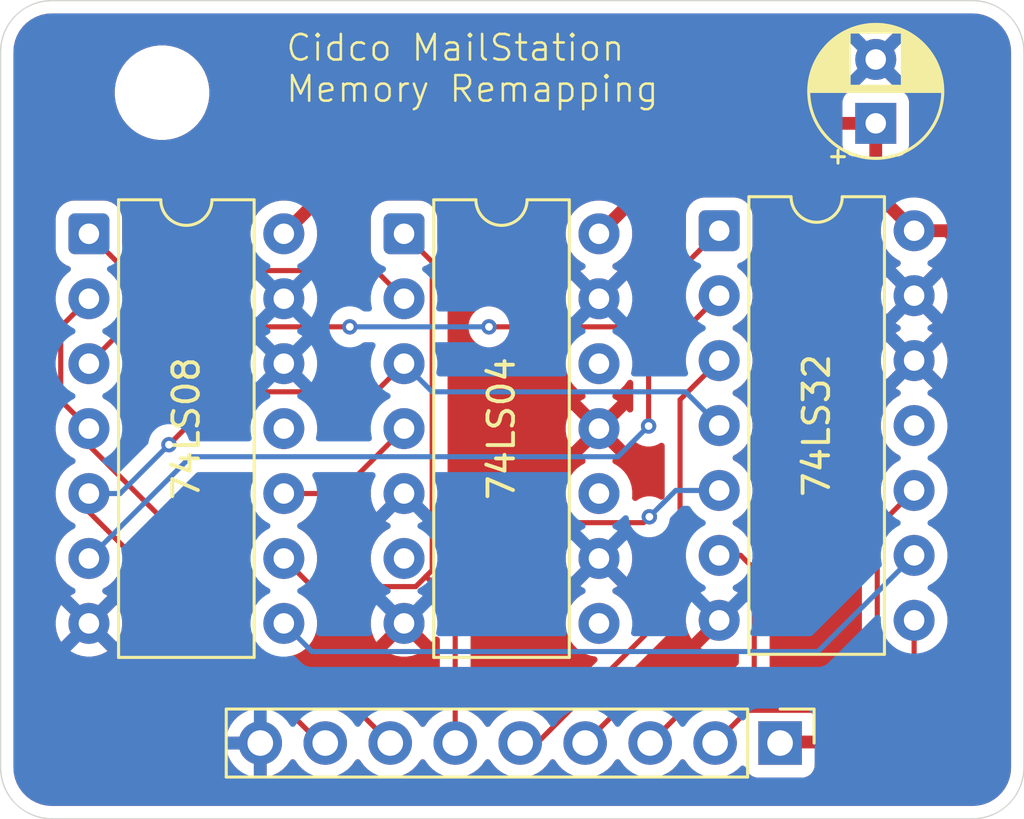
<source format=kicad_pcb>
(kicad_pcb (version 20241229) (generator "pcbnew") (generator_version "9.0")
  (title_block (title "Cidco MailStation Memory Remapping") (date "10-Jul-2025") (rev "WIP") (company "Brett Hallen") (comment 2 "https://fyberoptic.livejournal.com/tag/mailstation/") (comment 3 "https://www.fybertech.net/mailstation/") (comment 4 "Original design:"))
  (layers (0 "F.Cu" signal) (2 "B.Cu" signal) (13 "F.Paste" user) (15 "B.Paste" user) (5 "F.SilkS" user "F.Silkscreen") (7 "B.SilkS" user "B.Silkscreen") (1 "F.Mask" user) (3 "B.Mask" user) (25 "Edge.Cuts" user))
  (net 0 "")
  (net 1 "GND")
  (net 2 "Vcc")
  (net 3 "RAM_CS")
  (net 4 "CPU_RAM_CS")
  (net 5 "CPU_A14")
  (net 6 "A14")
  (net 7 "ROM_CS")
  (net 8 "ROM_TOGGLE")
  (net 9 "CPU_ROM_CS")
  (net 10 "Net-(U1-Pad9)")
  (net 11 "Net-(U1-Pad2)")
  (net 13 "Net-(U1-Pad1)")
  (net 14 "Net-(U2-Pad1)")
  (net 15 "Net-(U2-Pad10)")
  (footprint "MountingHole:MountingHole_3.2mm_M3" (layer "F.Cu") (at 80.772414 51.799741)
    (property "Reference" "H1" (hide yes))
    (property "Value" "MountingHole" (hide yes))
    (pad "" np_thru_hole circle (at 0 0) (size 3.2 3.2) (drill 3.2) (layers "*.Cu" "*.Mask"))
  )
  (footprint "Package_DIP:DIP-14_W7.62mm" (layer "F.Cu") (at 90.232414 57.319741)
    (property "Reference" "U3" (hide yes))
    (property "Value" "74LS04" (at 3.805 7.62 90) (layer "F.SilkS"))
    (fp_line (start 1.16 -1.33) (end 1.16 16.57) (stroke (width 0.12)) (layer "F.SilkS"))
    (fp_line (start 1.16 16.57) (end 6.46 16.57) (stroke (width 0.12)) (layer "F.SilkS"))
    (fp_line (start 2.81 -1.33) (end 1.16 -1.33) (stroke (width 0.12)) (layer "F.SilkS"))
    (fp_line (start 6.46 -1.33) (end 4.81 -1.33) (stroke (width 0.12)) (layer "F.SilkS"))
    (fp_line (start 6.46 16.57) (end 6.46 -1.33) (stroke (width 0.12)) (layer "F.SilkS"))
    (fp_arc (start 4.81 -1.33) (mid 3.81 -0.33) (end 2.81 -1.33) (stroke (width 0.12)) (layer "F.SilkS"))
    (pad "1" thru_hole roundrect (at 0 0) (size 1.6 1.6) (drill 0.8) (layers "*.Cu" "*.Mask") (roundrect_rratio 0.15625) (net 8 "ROM_TOGGLE"))
    (pad "2" thru_hole circle (at 0 2.54) (size 1.6 1.6) (drill 0.8) (layers "*.Cu" "*.Mask") (net 14 "Net-(U2-Pad1)"))
    (pad "3" thru_hole circle (at 0 5.08) (size 1.6 1.6) (drill 0.8) (layers "*.Cu" "*.Mask") (net 9 "CPU_ROM_CS"))
    (pad "4" thru_hole circle (at 0 7.62) (size 1.6 1.6) (drill 0.8) (layers "*.Cu" "*.Mask") (net 15 "Net-(U2-Pad10)"))
    (pad "5" thru_hole circle (at 0 10.16) (size 1.6 1.6) (drill 0.8) (layers "*.Cu" "*.Mask") (net 1 "GND"))
    (pad "6" thru_hole circle (at 0 12.7) (size 1.6 1.6) (drill 0.8) (layers "*.Cu" "*.Mask"))
    (pad "7" thru_hole circle (at 0 15.24) (size 1.6 1.6) (drill 0.8) (layers "*.Cu" "*.Mask") (net 1 "GND"))
    (pad "8" thru_hole circle (at 7.62 15.24) (size 1.6 1.6) (drill 0.8) (layers "*.Cu" "*.Mask"))
    (pad "9" thru_hole circle (at 7.62 12.7) (size 1.6 1.6) (drill 0.8) (layers "*.Cu" "*.Mask") (net 1 "GND"))
    (pad "10" thru_hole circle (at 7.62 10.16) (size 1.6 1.6) (drill 0.8) (layers "*.Cu" "*.Mask"))
    (pad "11" thru_hole circle (at 7.62 7.62) (size 1.6 1.6) (drill 0.8) (layers "*.Cu" "*.Mask") (net 1 "GND"))
    (pad "12" thru_hole circle (at 7.62 5.08) (size 1.6 1.6) (drill 0.8) (layers "*.Cu" "*.Mask"))
    (pad "13" thru_hole circle (at 7.62 2.54) (size 1.6 1.6) (drill 0.8) (layers "*.Cu" "*.Mask") (net 1 "GND"))
    (pad "14" thru_hole circle (at 7.62 0) (size 1.6 1.6) (drill 0.8) (layers "*.Cu" "*.Mask") (net 2 "Vcc"))
  )
  (footprint "Connector_PinHeader_2.54mm:PinHeader_1x09_P2.54mm_Vertical" (layer "F.Cu") (at 104.932414 77.239741 -90)
    (property "Reference" "J1" (hide yes))
    (property "Value" "Conn_01x09" (hide yes))
    (fp_line (start -1.33 21.65) (end 1.33 21.65) (stroke (width 0.12)) (layer "F.SilkS"))
    (fp_line (start -1.33 1.27) (end -1.33 21.65) (stroke (width 0.12)) (layer "F.SilkS"))
    (fp_line (start -1.33 1.27) (end 1.33 1.27) (stroke (width 0.12)) (layer "F.SilkS"))
    (fp_line (start 1.33 1.27) (end 1.33 21.65) (stroke (width 0.12)) (layer "F.SilkS"))
    (fp_line (start -1.33 0) (end -1.33 -1.33) (stroke (width 0.12)) (layer "F.SilkS"))
    (fp_line (start -1.33 -1.33) (end 0 -1.33) (stroke (width 0.12)) (layer "F.SilkS"))
    (pad "1" thru_hole rect (at 0 0 270) (size 1.7 1.7) (drill 1) (layers "*.Cu" "*.Mask") (net 2 "Vcc"))
    (pad "2" thru_hole oval (at 0 2.54 270) (size 1.7 1.7) (drill 1) (layers "*.Cu" "*.Mask") (net 6 "A14"))
    (pad "3" thru_hole oval (at 0 5.08 270) (size 1.7 1.7) (drill 1) (layers "*.Cu" "*.Mask") (net 5 "CPU_A14"))
    (pad "4" thru_hole oval (at 0 7.62 270) (size 1.7 1.7) (drill 1) (layers "*.Cu" "*.Mask") (net 7 "ROM_CS"))
    (pad "5" thru_hole oval (at 0 10.16 270) (size 1.7 1.7) (drill 1) (layers "*.Cu" "*.Mask") (net 3 "RAM_CS"))
    (pad "6" thru_hole oval (at 0 12.7 270) (size 1.7 1.7) (drill 1) (layers "*.Cu" "*.Mask") (net 8 "ROM_TOGGLE"))
    (pad "7" thru_hole oval (at 0 15.24 270) (size 1.7 1.7) (drill 1) (layers "*.Cu" "*.Mask") (net 4 "CPU_RAM_CS"))
    (pad "8" thru_hole oval (at 0 17.78 270) (size 1.7 1.7) (drill 1) (layers "*.Cu" "*.Mask") (net 9 "CPU_ROM_CS"))
    (pad "9" thru_hole oval (at 0 20.32 270) (size 1.7 1.7) (drill 1) (layers "*.Cu" "*.Mask") (net 1 "GND"))
  )
  (footprint "Package_DIP:DIP-14_W7.62mm" (layer "F.Cu") (at 77.912414 57.319741)
    (property "Reference" "U2" (hide yes))
    (property "Value" "74LS08" (at 3.805 7.62 90) (layer "F.SilkS"))
    (fp_line (start 1.16 -1.33) (end 1.16 16.57) (stroke (width 0.12)) (layer "F.SilkS"))
    (fp_line (start 1.16 16.57) (end 6.46 16.57) (stroke (width 0.12)) (layer "F.SilkS"))
    (fp_line (start 2.81 -1.33) (end 1.16 -1.33) (stroke (width 0.12)) (layer "F.SilkS"))
    (fp_line (start 6.46 -1.33) (end 4.81 -1.33) (stroke (width 0.12)) (layer "F.SilkS"))
    (fp_line (start 6.46 16.57) (end 6.46 -1.33) (stroke (width 0.12)) (layer "F.SilkS"))
    (fp_arc (start 4.81 -1.33) (mid 3.81 -0.33) (end 2.81 -1.33) (stroke (width 0.12)) (layer "F.SilkS"))
    (pad "1" thru_hole roundrect (at 0 0) (size 1.6 1.6) (drill 0.8) (layers "*.Cu" "*.Mask") (roundrect_rratio 0.15625) (net 14 "Net-(U2-Pad1)"))
    (pad "2" thru_hole circle (at 0 2.54) (size 1.6 1.6) (drill 0.8) (layers "*.Cu" "*.Mask") (net 4 "CPU_RAM_CS"))
    (pad "3" thru_hole circle (at 0 5.08) (size 1.6 1.6) (drill 0.8) (layers "*.Cu" "*.Mask") (net 13 "Net-(U1-Pad1)"))
    (pad "4" thru_hole circle (at 0 7.62) (size 1.6 1.6) (drill 0.8) (layers "*.Cu" "*.Mask") (net 4 "CPU_RAM_CS"))
    (pad "5" thru_hole circle (at 0 10.16) (size 1.6 1.6) (drill 0.8) (layers "*.Cu" "*.Mask") (net 9 "CPU_ROM_CS"))
    (pad "6" thru_hole circle (at 0 12.7) (size 1.6 1.6) (drill 0.8) (layers "*.Cu" "*.Mask") (net 11 "Net-(U1-Pad2)"))
    (pad "7" thru_hole circle (at 0 15.24) (size 1.6 1.6) (drill 0.8) (layers "*.Cu" "*.Mask") (net 1 "GND"))
    (pad "8" thru_hole circle (at 7.62 15.24) (size 1.6 1.6) (drill 0.8) (layers "*.Cu" "*.Mask") (net 10 "Net-(U1-Pad9)"))
    (pad "9" thru_hole circle (at 7.62 12.7) (size 1.6 1.6) (drill 0.8) (layers "*.Cu" "*.Mask") (net 8 "ROM_TOGGLE"))
    (pad "10" thru_hole circle (at 7.62 10.16) (size 1.6 1.6) (drill 0.8) (layers "*.Cu" "*.Mask") (net 15 "Net-(U2-Pad10)"))
    (pad "11" thru_hole circle (at 7.62 7.62) (size 1.6 1.6) (drill 0.8) (layers "*.Cu" "*.Mask"))
    (pad "12" thru_hole circle (at 7.62 5.08) (size 1.6 1.6) (drill 0.8) (layers "*.Cu" "*.Mask") (net 1 "GND"))
    (pad "13" thru_hole circle (at 7.62 2.54) (size 1.6 1.6) (drill 0.8) (layers "*.Cu" "*.Mask") (net 1 "GND"))
    (pad "14" thru_hole circle (at 7.62 0) (size 1.6 1.6) (drill 0.8) (layers "*.Cu" "*.Mask") (net 2 "Vcc"))
  )
  (footprint "Capacitor_THT:CP_Radial_D5.0mm_P2.50mm" (layer "F.Cu") (at 108.672414 52.999741 90)
    (property "Reference" "C1" (hide yes))
    (property "Value" "10µF" (hide yes))
    (fp_line (start 1.29 -2.58) (end 1.29 2.58) (stroke (width 0.12)) (layer "F.SilkS"))
    (fp_line (start 1.25 -2.58) (end 1.25 2.58) (stroke (width 0.12)) (layer "F.SilkS"))
    (fp_line (start 1.33 -2.579) (end 1.33 2.579) (stroke (width 0.12)) (layer "F.SilkS"))
    (fp_line (start 1.37 -2.578) (end 1.37 2.578) (stroke (width 0.12)) (layer "F.SilkS"))
    (fp_line (start 1.41 -2.576) (end 1.41 2.576) (stroke (width 0.12)) (layer "F.SilkS"))
    (fp_line (start 1.45 -2.573) (end 1.45 2.573) (stroke (width 0.12)) (layer "F.SilkS"))
    (fp_line (start 1.49 -2.569) (end 1.49 -1.04) (stroke (width 0.12)) (layer "F.SilkS"))
    (fp_line (start 1.53 -2.565) (end 1.53 -1.04) (stroke (width 0.12)) (layer "F.SilkS"))
    (fp_line (start 1.57 -2.561) (end 1.57 -1.04) (stroke (width 0.12)) (layer "F.SilkS"))
    (fp_line (start 1.61 -2.556) (end 1.61 -1.04) (stroke (width 0.12)) (layer "F.SilkS"))
    (fp_line (start 1.65 -2.55) (end 1.65 -1.04) (stroke (width 0.12)) (layer "F.SilkS"))
    (fp_line (start 1.69 -2.543) (end 1.69 -1.04) (stroke (width 0.12)) (layer "F.SilkS"))
    (fp_line (start 1.73 -2.536) (end 1.73 -1.04) (stroke (width 0.12)) (layer "F.SilkS"))
    (fp_line (start 1.77 -2.528) (end 1.77 -1.04) (stroke (width 0.12)) (layer "F.SilkS"))
    (fp_line (start 1.81 -2.52) (end 1.81 -1.04) (stroke (width 0.12)) (layer "F.SilkS"))
    (fp_line (start 1.85 -2.511) (end 1.85 -1.04) (stroke (width 0.12)) (layer "F.SilkS"))
    (fp_line (start 1.89 -2.501) (end 1.89 -1.04) (stroke (width 0.12)) (layer "F.SilkS"))
    (fp_line (start 1.93 -2.491) (end 1.93 -1.04) (stroke (width 0.12)) (layer "F.SilkS"))
    (fp_line (start 1.971 -2.48) (end 1.971 -1.04) (stroke (width 0.12)) (layer "F.SilkS"))
    (fp_line (start 2.011 -2.468) (end 2.011 -1.04) (stroke (width 0.12)) (layer "F.SilkS"))
    (fp_line (start 2.051 -2.455) (end 2.051 -1.04) (stroke (width 0.12)) (layer "F.SilkS"))
    (fp_line (start 2.091 -2.442) (end 2.091 -1.04) (stroke (width 0.12)) (layer "F.SilkS"))
    (fp_line (start 2.131 -2.428) (end 2.131 -1.04) (stroke (width 0.12)) (layer "F.SilkS"))
    (fp_line (start 2.171 -2.414) (end 2.171 -1.04) (stroke (width 0.12)) (layer "F.SilkS"))
    (fp_line (start 2.211 -2.398) (end 2.211 -1.04) (stroke (width 0.12)) (layer "F.SilkS"))
    (fp_line (start 2.251 -2.382) (end 2.251 -1.04) (stroke (width 0.12)) (layer "F.SilkS"))
    (fp_line (start 2.291 -2.365) (end 2.291 -1.04) (stroke (width 0.12)) (layer "F.SilkS"))
    (fp_line (start 2.331 -2.348) (end 2.331 -1.04) (stroke (width 0.12)) (layer "F.SilkS"))
    (fp_line (start 2.371 -2.329) (end 2.371 -1.04) (stroke (width 0.12)) (layer "F.SilkS"))
    (fp_line (start 2.411 -2.31) (end 2.411 -1.04) (stroke (width 0.12)) (layer "F.SilkS"))
    (fp_line (start 2.451 -2.29) (end 2.451 -1.04) (stroke (width 0.12)) (layer "F.SilkS"))
    (fp_line (start 2.491 -2.268) (end 2.491 -1.04) (stroke (width 0.12)) (layer "F.SilkS"))
    (fp_line (start 2.531 -2.247) (end 2.531 -1.04) (stroke (width 0.12)) (layer "F.SilkS"))
    (fp_line (start 2.571 -2.224) (end 2.571 -1.04) (stroke (width 0.12)) (layer "F.SilkS"))
    (fp_line (start 2.611 -2.2) (end 2.611 -1.04) (stroke (width 0.12)) (layer "F.SilkS"))
    (fp_line (start 2.651 -2.175) (end 2.651 -1.04) (stroke (width 0.12)) (layer "F.SilkS"))
    (fp_line (start 2.691 -2.149) (end 2.691 -1.04) (stroke (width 0.12)) (layer "F.SilkS"))
    (fp_line (start 2.731 -2.122) (end 2.731 -1.04) (stroke (width 0.12)) (layer "F.SilkS"))
    (fp_line (start 2.771 -2.095) (end 2.771 -1.04) (stroke (width 0.12)) (layer "F.SilkS"))
    (fp_line (start 2.811 -2.065) (end 2.811 -1.04) (stroke (width 0.12)) (layer "F.SilkS"))
    (fp_line (start 2.851 -2.035) (end 2.851 -1.04) (stroke (width 0.12)) (layer "F.SilkS"))
    (fp_line (start 2.891 -2.004) (end 2.891 -1.04) (stroke (width 0.12)) (layer "F.SilkS"))
    (fp_line (start 2.931 -1.971) (end 2.931 -1.04) (stroke (width 0.12)) (layer "F.SilkS"))
    (fp_line (start 2.971 -1.937) (end 2.971 -1.04) (stroke (width 0.12)) (layer "F.SilkS"))
    (fp_line (start 3.011 -1.901) (end 3.011 -1.04) (stroke (width 0.12)) (layer "F.SilkS"))
    (fp_line (start 3.051 -1.864) (end 3.051 -1.04) (stroke (width 0.12)) (layer "F.SilkS"))
    (fp_line (start 3.091 -1.826) (end 3.091 -1.04) (stroke (width 0.12)) (layer "F.SilkS"))
    (fp_line (start 3.131 -1.785) (end 3.131 -1.04) (stroke (width 0.12)) (layer "F.SilkS"))
    (fp_line (start 3.171 -1.743) (end 3.171 -1.04) (stroke (width 0.12)) (layer "F.SilkS"))
    (fp_line (start -1.304775 -1.725) (end -1.304775 -1.225) (stroke (width 0.12)) (layer "F.SilkS"))
    (fp_line (start 3.211 -1.699) (end 3.211 -1.04) (stroke (width 0.12)) (layer "F.SilkS"))
    (fp_line (start 3.251 -1.653) (end 3.251 -1.04) (stroke (width 0.12)) (layer "F.SilkS"))
    (fp_line (start 3.291 -1.605) (end 3.291 -1.04) (stroke (width 0.12)) (layer "F.SilkS"))
    (fp_line (start 3.331 -1.554) (end 3.331 -1.04) (stroke (width 0.12)) (layer "F.SilkS"))
    (fp_line (start 3.371 -1.5) (end 3.371 -1.04) (stroke (width 0.12)) (layer "F.SilkS"))
    (fp_line (start -1.554775 -1.475) (end -1.054775 -1.475) (stroke (width 0.12)) (layer "F.SilkS"))
    (fp_line (start 3.411 -1.443) (end 3.411 -1.04) (stroke (width 0.12)) (layer "F.SilkS"))
    (fp_line (start 3.451 -1.383) (end 3.451 -1.04) (stroke (width 0.12)) (layer "F.SilkS"))
    (fp_line (start 3.491 -1.319) (end 3.491 -1.04) (stroke (width 0.12)) (layer "F.SilkS"))
    (fp_line (start 3.531 -1.251) (end 3.531 -1.04) (stroke (width 0.12)) (layer "F.SilkS"))
    (fp_line (start 3.571 -1.178) (end 3.571 1.178) (stroke (width 0.12)) (layer "F.SilkS"))
    (fp_line (start 3.611 -1.098) (end 3.611 1.098) (stroke (width 0.12)) (layer "F.SilkS"))
    (fp_line (start 3.651 -1.011) (end 3.651 1.011) (stroke (width 0.12)) (layer "F.SilkS"))
    (fp_line (start 3.691 -0.915) (end 3.691 0.915) (stroke (width 0.12)) (layer "F.SilkS"))
    (fp_line (start 3.731 -0.805) (end 3.731 0.805) (stroke (width 0.12)) (layer "F.SilkS"))
    (fp_line (start 3.771 -0.677) (end 3.771 0.677) (stroke (width 0.12)) (layer "F.SilkS"))
    (fp_line (start 3.811 -0.518) (end 3.811 0.518) (stroke (width 0.12)) (layer "F.SilkS"))
    (fp_line (start 3.851 -0.284) (end 3.851 0.284) (stroke (width 0.12)) (layer "F.SilkS"))
    (fp_line (start 3.531 1.04) (end 3.531 1.251) (stroke (width 0.12)) (layer "F.SilkS"))
    (fp_line (start 3.491 1.04) (end 3.491 1.319) (stroke (width 0.12)) (layer "F.SilkS"))
    (fp_line (start 3.451 1.04) (end 3.451 1.383) (stroke (width 0.12)) (layer "F.SilkS"))
    (fp_line (start 3.411 1.04) (end 3.411 1.443) (stroke (width 0.12)) (layer "F.SilkS"))
    (fp_line (start 3.371 1.04) (end 3.371 1.5) (stroke (width 0.12)) (layer "F.SilkS"))
    (fp_line (start 3.331 1.04) (end 3.331 1.554) (stroke (width 0.12)) (layer "F.SilkS"))
    (fp_line (start 3.291 1.04) (end 3.291 1.605) (stroke (width 0.12)) (layer "F.SilkS"))
    (fp_line (start 3.251 1.04) (end 3.251 1.653) (stroke (width 0.12)) (layer "F.SilkS"))
    (fp_line (start 3.211 1.04) (end 3.211 1.699) (stroke (width 0.12)) (layer "F.SilkS"))
    (fp_line (start 3.171 1.04) (end 3.171 1.743) (stroke (width 0.12)) (layer "F.SilkS"))
    (fp_line (start 3.131 1.04) (end 3.131 1.785) (stroke (width 0.12)) (layer "F.SilkS"))
    (fp_line (start 3.091 1.04) (end 3.091 1.826) (stroke (width 0.12)) (layer "F.SilkS"))
    (fp_line (start 3.051 1.04) (end 3.051 1.864) (stroke (width 0.12)) (layer "F.SilkS"))
    (fp_line (start 3.011 1.04) (end 3.011 1.901) (stroke (width 0.12)) (layer "F.SilkS"))
    (fp_line (start 2.971 1.04) (end 2.971 1.937) (stroke (width 0.12)) (layer "F.SilkS"))
    (fp_line (start 2.931 1.04) (end 2.931 1.971) (stroke (width 0.12)) (layer "F.SilkS"))
    (fp_line (start 2.891 1.04) (end 2.891 2.004) (stroke (width 0.12)) (layer "F.SilkS"))
    (fp_line (start 2.851 1.04) (end 2.851 2.035) (stroke (width 0.12)) (layer "F.SilkS"))
    (fp_line (start 2.811 1.04) (end 2.811 2.065) (stroke (width 0.12)) (layer "F.SilkS"))
    (fp_line (start 2.771 1.04) (end 2.771 2.095) (stroke (width 0.12)) (layer "F.SilkS"))
    (fp_line (start 2.731 1.04) (end 2.731 2.122) (stroke (width 0.12)) (layer "F.SilkS"))
    (fp_line (start 2.691 1.04) (end 2.691 2.149) (stroke (width 0.12)) (layer "F.SilkS"))
    (fp_line (start 2.651 1.04) (end 2.651 2.175) (stroke (width 0.12)) (layer "F.SilkS"))
    (fp_line (start 2.611 1.04) (end 2.611 2.2) (stroke (width 0.12)) (layer "F.SilkS"))
    (fp_line (start 2.571 1.04) (end 2.571 2.224) (stroke (width 0.12)) (layer "F.SilkS"))
    (fp_line (start 2.531 1.04) (end 2.531 2.247) (stroke (width 0.12)) (layer "F.SilkS"))
    (fp_line (start 2.491 1.04) (end 2.491 2.268) (stroke (width 0.12)) (layer "F.SilkS"))
    (fp_line (start 2.451 1.04) (end 2.451 2.29) (stroke (width 0.12)) (layer "F.SilkS"))
    (fp_line (start 2.411 1.04) (end 2.411 2.31) (stroke (width 0.12)) (layer "F.SilkS"))
    (fp_line (start 2.371 1.04) (end 2.371 2.329) (stroke (width 0.12)) (layer "F.SilkS"))
    (fp_line (start 2.331 1.04) (end 2.331 2.348) (stroke (width 0.12)) (layer "F.SilkS"))
    (fp_line (start 2.291 1.04) (end 2.291 2.365) (stroke (width 0.12)) (layer "F.SilkS"))
    (fp_line (start 2.251 1.04) (end 2.251 2.382) (stroke (width 0.12)) (layer "F.SilkS"))
    (fp_line (start 2.211 1.04) (end 2.211 2.398) (stroke (width 0.12)) (layer "F.SilkS"))
    (fp_line (start 2.171 1.04) (end 2.171 2.414) (stroke (width 0.12)) (layer "F.SilkS"))
    (fp_line (start 2.131 1.04) (end 2.131 2.428) (stroke (width 0.12)) (layer "F.SilkS"))
    (fp_line (start 2.091 1.04) (end 2.091 2.442) (stroke (width 0.12)) (layer "F.SilkS"))
    (fp_line (start 2.051 1.04) (end 2.051 2.455) (stroke (width 0.12)) (layer "F.SilkS"))
    (fp_line (start 2.011 1.04) (end 2.011 2.468) (stroke (width 0.12)) (layer "F.SilkS"))
    (fp_line (start 1.971 1.04) (end 1.971 2.48) (stroke (width 0.12)) (layer "F.SilkS"))
    (fp_line (start 1.93 1.04) (end 1.93 2.491) (stroke (width 0.12)) (layer "F.SilkS"))
    (fp_line (start 1.89 1.04) (end 1.89 2.501) (stroke (width 0.12)) (layer "F.SilkS"))
    (fp_line (start 1.85 1.04) (end 1.85 2.511) (stroke (width 0.12)) (layer "F.SilkS"))
    (fp_line (start 1.81 1.04) (end 1.81 2.52) (stroke (width 0.12)) (layer "F.SilkS"))
    (fp_line (start 1.77 1.04) (end 1.77 2.528) (stroke (width 0.12)) (layer "F.SilkS"))
    (fp_line (start 1.73 1.04) (end 1.73 2.536) (stroke (width 0.12)) (layer "F.SilkS"))
    (fp_line (start 1.69 1.04) (end 1.69 2.543) (stroke (width 0.12)) (layer "F.SilkS"))
    (fp_line (start 1.65 1.04) (end 1.65 2.55) (stroke (width 0.12)) (layer "F.SilkS"))
    (fp_line (start 1.61 1.04) (end 1.61 2.556) (stroke (width 0.12)) (layer "F.SilkS"))
    (fp_line (start 1.57 1.04) (end 1.57 2.561) (stroke (width 0.12)) (layer "F.SilkS"))
    (fp_line (start 1.53 1.04) (end 1.53 2.565) (stroke (width 0.12)) (layer "F.SilkS"))
    (fp_line (start 1.49 1.04) (end 1.49 2.569) (stroke (width 0.12)) (layer "F.SilkS"))
    (fp_circle (center 1.25 0) (end 3.87 0) (stroke (width 0.12)) (fill no) (layer "F.SilkS"))
    (pad "1" thru_hole rect (at 0 0 90) (size 1.6 1.6) (drill 0.8) (layers "*.Cu" "*.Mask") (net 2 "Vcc"))
    (pad "2" thru_hole circle (at 2.5 0 90) (size 1.6 1.6) (drill 0.8) (layers "*.Cu" "*.Mask") (net 1 "GND"))
  )
  (footprint "Package_DIP:DIP-14_W7.62mm" (layer "F.Cu") (at 102.552414 57.199741)
    (property "Reference" "U1" (hide yes))
    (property "Value" "74LS32" (at 3.805 7.62 90) (layer "F.SilkS"))
    (fp_line (start 1.16 -1.33) (end 1.16 16.57) (stroke (width 0.12)) (layer "F.SilkS"))
    (fp_line (start 1.16 16.57) (end 6.46 16.57) (stroke (width 0.12)) (layer "F.SilkS"))
    (fp_line (start 2.81 -1.33) (end 1.16 -1.33) (stroke (width 0.12)) (layer "F.SilkS"))
    (fp_line (start 6.46 -1.33) (end 4.81 -1.33) (stroke (width 0.12)) (layer "F.SilkS"))
    (fp_line (start 6.46 16.57) (end 6.46 -1.33) (stroke (width 0.12)) (layer "F.SilkS"))
    (fp_arc (start 4.81 -1.33) (mid 3.81 -0.33) (end 2.81 -1.33) (stroke (width 0.12)) (layer "F.SilkS"))
    (pad "1" thru_hole roundrect (at 0 0) (size 1.6 1.6) (drill 0.8) (layers "*.Cu" "*.Mask") (roundrect_rratio 0.15625) (net 13 "Net-(U1-Pad1)"))
    (pad "2" thru_hole circle (at 0 2.54) (size 1.6 1.6) (drill 0.8) (layers "*.Cu" "*.Mask") (net 11 "Net-(U1-Pad2)"))
    (pad "3" thru_hole circle (at 0 5.08) (size 1.6 1.6) (drill 0.8) (layers "*.Cu" "*.Mask") (net 3 "RAM_CS"))
    (pad "4" thru_hole circle (at 0 7.62) (size 1.6 1.6) (drill 0.8) (layers "*.Cu" "*.Mask") (net 9 "CPU_ROM_CS"))
    (pad "5" thru_hole circle (at 0 10.16) (size 1.6 1.6) (drill 0.8) (layers "*.Cu" "*.Mask") (net 8 "ROM_TOGGLE"))
    (pad "6" thru_hole circle (at 0 12.7) (size 1.6 1.6) (drill 0.8) (layers "*.Cu" "*.Mask") (net 7 "ROM_CS"))
    (pad "7" thru_hole circle (at 0 15.24) (size 1.6 1.6) (drill 0.8) (layers "*.Cu" "*.Mask") (net 1 "GND"))
    (pad "8" thru_hole circle (at 7.62 15.24) (size 1.6 1.6) (drill 0.8) (layers "*.Cu" "*.Mask") (net 6 "A14"))
    (pad "9" thru_hole circle (at 7.62 12.7) (size 1.6 1.6) (drill 0.8) (layers "*.Cu" "*.Mask") (net 10 "Net-(U1-Pad9)"))
    (pad "10" thru_hole circle (at 7.62 10.16) (size 1.6 1.6) (drill 0.8) (layers "*.Cu" "*.Mask") (net 5 "CPU_A14"))
    (pad "11" thru_hole circle (at 7.62 7.62) (size 1.6 1.6) (drill 0.8) (layers "*.Cu" "*.Mask"))
    (pad "12" thru_hole circle (at 7.62 5.08) (size 1.6 1.6) (drill 0.8) (layers "*.Cu" "*.Mask") (net 1 "GND"))
    (pad "13" thru_hole circle (at 7.62 2.54) (size 1.6 1.6) (drill 0.8) (layers "*.Cu" "*.Mask") (net 1 "GND"))
    (pad "14" thru_hole circle (at 7.62 0) (size 1.6 1.6) (drill 0.8) (layers "*.Cu" "*.Mask") (net 2 "Vcc"))
  )
  (gr_line (start 74.462414 78.199741) (end 74.462414 50.199741) (stroke (width 0.05)) (layer "Edge.Cuts"))
  (gr_line (start 112.462414 80.199741) (end 76.462414 80.199741) (stroke (width 0.05)) (layer "Edge.Cuts"))
  (gr_arc (start 112.462414 48.199741) (mid 113.876628 48.785527) (end 114.462414 50.199741) (stroke (width 0.05)) (layer "Edge.Cuts"))
  (gr_line (start 76.462414 48.199741) (end 112.462414 48.199741) (stroke (width 0.05)) (layer "Edge.Cuts"))
  (gr_arc (start 114.462414 78.199741) (mid 113.876614 79.613933) (end 112.462414 80.199741) (stroke (width 0.05)) (layer "Edge.Cuts"))
  (gr_arc (start 74.462414 50.199741) (mid 75.048187 48.785506) (end 76.462414 48.199741) (stroke (width 0.05)) (layer "Edge.Cuts"))
  (gr_line (start 114.462414 50.199741) (end 114.462414 78.199741) (stroke (width 0.05)) (layer "Edge.Cuts"))
  (gr_arc (start 76.462414 80.199741) (mid 75.0482 79.613955) (end 74.462414 78.199741) (stroke (width 0.05)) (layer "Edge.Cuts"))
  (gr_text "Cidco MailStation\nMemory Remapping" (at 85.552414 52.239741 0) (layer "F.SilkS") (effects (font (size 1 1) (thickness 0.1)) (justify left bottom)))
  (segment (start 112.462414 75.199741) (end 112.462414 58.199741) (width 0.5) (layer "F.Cu") (net 2))
  (segment (start 104.972414 77.199741) (end 110.462414 77.199741) (width 0.5) (layer "F.Cu") (net 2))
  (segment (start 110.462414 77.199741) (end 112.462414 75.199741) (width 0.5) (layer "F.Cu") (net 2))
  (segment (start 89.852414 52.999741) (end 102.172414 52.999741) (width 0.5) (layer "F.Cu") (net 2))
  (segment (start 111.462414 57.199741) (end 110.172414 57.199741) (width 0.5) (layer "F.Cu") (net 2))
  (segment (start 112.462414 58.199741) (end 111.462414 57.199741) (width 0.5) (layer "F.Cu") (net 2))
  (segment (start 102.172414 52.999741) (end 108.672414 52.999741) (width 0.5) (layer "F.Cu") (net 2))
  (segment (start 85.532414 57.319741) (end 89.852414 52.999741) (width 0.5) (layer "F.Cu") (net 2))
  (segment (start 104.932414 77.239741) (end 104.972414 77.199741) (width 0.5) (layer "F.Cu") (net 2))
  (segment (start 97.852414 57.319741) (end 102.172414 52.999741) (width 0.5) (layer "F.Cu") (net 2))
  (segment (start 108.672414 52.999741) (end 108.672414 55.699741) (width 0.5) (layer "F.Cu") (net 2))
  (segment (start 108.672414 55.699741) (end 110.172414 57.199741) (width 0.5) (layer "F.Cu") (net 2))
  (segment (start 94.772414 77.239741) (end 95.432414 77.239741) (width 0.2) (layer "F.Cu") (net 3))
  (segment (start 101.022414 71.649741) (end 101.022414 63.809741) (width 0.2) (layer "F.Cu") (net 3))
  (segment (start 95.432414 77.239741) (end 101.022414 71.649741) (width 0.2) (layer "F.Cu") (net 3))
  (segment (start 101.022414 63.809741) (end 102.552414 62.279741) (width 0.2) (layer "F.Cu") (net 3))
  (segment (start 77.912414 59.859741) (end 76.811414 60.960741) (width 0.2) (layer "F.Cu") (net 4))
  (segment (start 77.912414 64.939741) (end 77.912414 65.599741) (width 0.2) (layer "F.Cu") (net 4))
  (segment (start 86.272414 75.639741) (end 88.092414 75.639741) (width 0.2) (layer "F.Cu") (net 4))
  (segment (start 82.202414 69.889741) (end 82.202414 71.569741) (width 0.2) (layer "F.Cu") (net 4))
  (segment (start 76.811414 63.838741) (end 77.912414 64.939741) (width 0.2) (layer "F.Cu") (net 4))
  (segment (start 77.912414 65.599741) (end 82.202414 69.889741) (width 0.2) (layer "F.Cu") (net 4))
  (segment (start 82.202414 71.569741) (end 86.272414 75.639741) (width 0.2) (layer "F.Cu") (net 4))
  (segment (start 88.092414 75.639741) (end 89.692414 77.239741) (width 0.2) (layer "F.Cu") (net 4))
  (segment (start 76.811414 60.960741) (end 76.811414 63.838741) (width 0.2) (layer "F.Cu") (net 4))
  (segment (start 99.852414 77.239741) (end 101.592414 75.499741) (width 0.2) (layer "F.Cu") (net 5))
  (segment (start 108.355314 75.499741) (end 108.732414 75.122641) (width 0.2) (layer "F.Cu") (net 5))
  (segment (start 108.732414 68.799741) (end 110.172414 67.359741) (width 0.2) (layer "F.Cu") (net 5))
  (segment (start 108.732414 75.122641) (end 108.732414 68.799741) (width 0.2) (layer "F.Cu") (net 5))
  (segment (start 101.592414 75.499741) (end 108.355314 75.499741) (width 0.2) (layer "F.Cu") (net 5))
  (segment (start 110.172414 74.249741) (end 110.172414 72.439741) (width 0.2) (layer "F.Cu") (net 6))
  (segment (start 108.462414 75.959741) (end 110.172414 74.249741) (width 0.2) (layer "F.Cu") (net 6))
  (segment (start 103.672414 75.959741) (end 108.462414 75.959741) (width 0.2) (layer "F.Cu") (net 6))
  (segment (start 102.392414 77.239741) (end 103.672414 75.959741) (width 0.2) (layer "F.Cu") (net 6))
  (segment (start 103.922414 74.389741) (end 103.922414 70.429741) (width 0.2) (layer "F.Cu") (net 7))
  (segment (start 99.453414 75.098741) (end 103.213414 75.098741) (width 0.2) (layer "F.Cu") (net 7))
  (segment (start 103.392414 69.899741) (end 102.552414 69.899741) (width 0.2) (layer "F.Cu") (net 7))
  (segment (start 103.922414 70.429741) (end 103.392414 69.899741) (width 0.2) (layer "F.Cu") (net 7))
  (segment (start 103.213414 75.098741) (end 103.922414 74.389741) (width 0.2) (layer "F.Cu") (net 7))
  (segment (start 97.312414 77.239741) (end 99.453414 75.098741) (width 0.2) (layer "F.Cu") (net 7))
  (segment (start 91.085939 70.723266) (end 92.232414 71.869741) (width 0.2) (layer "F.Cu") (net 8))
  (segment (start 91.085939 70.723266) (end 90.688464 71.120741) (width 0.2) (layer "F.Cu") (net 8))
  (segment (start 91.333414 58.420741) (end 91.333414 68.619741) (width 0.2) (layer "F.Cu") (net 8))
  (segment (start 90.688464 71.120741) (end 86.633414 71.120741) (width 0.2) (layer "F.Cu") (net 8))
  (segment (start 86.633414 71.120741) (end 85.532414 70.019741) (width 0.2) (layer "F.Cu") (net 8))
  (segment (start 99.592414 68.619741) (end 99.822414 68.389741) (width 0.2) (layer "F.Cu") (net 8))
  (segment (start 92.232414 71.869741) (end 92.232414 77.239741) (width 0.2) (layer "F.Cu") (net 8))
  (segment (start 90.232414 57.319741) (end 91.333414 58.420741) (width 0.2) (layer "F.Cu") (net 8))
  (segment (start 91.333414 70.475791) (end 91.085939 70.723266) (width 0.2) (layer "F.Cu") (net 8))
  (segment (start 91.333414 68.619741) (end 99.592414 68.619741) (width 0.2) (layer "F.Cu") (net 8))
  (segment (start 91.333414 68.619741) (end 91.333414 70.475791) (width 0.2) (layer "F.Cu") (net 8))
  (via (at 99.822414 68.389741) (size 0.6) (drill 0.3) (layers "F.Cu" "B.Cu") (net 8))
  (segment (start 100.852414 67.359741) (end 102.552414 67.359741) (width 0.2) (layer "B.Cu") (net 8))
  (segment (start 99.822414 68.389741) (end 100.852414 67.359741) (width 0.2) (layer "B.Cu") (net 8))
  (segment (start 81.042414 65.569741) (end 83.111414 63.500741) (width 0.2) (layer "F.Cu") (net 9))
  (segment (start 77.912414 67.479741) (end 77.912414 68.199741) (width 0.2) (layer "F.Cu") (net 9))
  (segment (start 77.912414 68.199741) (end 86.952414 77.239741) (width 0.2) (layer "F.Cu") (net 9))
  (segment (start 86.952414 77.239741) (end 87.152414 77.239741) (width 0.2) (layer "F.Cu") (net 9))
  (segment (start 89.131414 63.500741) (end 90.232414 62.399741) (width 0.2) (layer "F.Cu") (net 9))
  (segment (start 83.111414 63.500741) (end 89.131414 63.500741) (width 0.2) (layer "F.Cu") (net 9))
  (via (at 81.042414 65.569741) (size 0.6) (drill 0.3) (layers "F.Cu" "B.Cu") (net 9))
  (segment (start 101.233414 63.500741) (end 102.552414 64.819741) (width 0.2) (layer "B.Cu") (net 9))
  (segment (start 91.333414 63.500741) (end 101.233414 63.500741) (width 0.2) (layer "B.Cu") (net 9))
  (segment (start 77.912414 67.479741) (end 79.132414 67.479741) (width 0.2) (layer "B.Cu") (net 9))
  (segment (start 90.232414 62.399741) (end 91.333414 63.500741) (width 0.2) (layer "B.Cu") (net 9))
  (segment (start 79.132414 67.479741) (end 81.042414 65.569741) (width 0.2) (layer "B.Cu") (net 9))
  (segment (start 106.411414 73.660741) (end 110.172414 69.899741) (width 0.2) (layer "B.Cu") (net 10))
  (segment (start 85.532414 72.559741) (end 86.633414 73.660741) (width 0.2) (layer "B.Cu") (net 10))
  (segment (start 86.633414 73.660741) (end 106.411414 73.660741) (width 0.2) (layer "B.Cu") (net 10))
  (segment (start 99.792414 62.499741) (end 102.552414 59.739741) (width 0.2) (layer "F.Cu") (net 11))
  (segment (start 99.792414 64.839741) (end 99.792414 62.499741) (width 0.2) (layer "F.Cu") (net 11))
  (via (at 99.792414 64.839741) (size 0.6) (drill 0.3) (layers "F.Cu" "B.Cu") (net 11))
  (segment (start 98.591414 66.040741) (end 99.792414 64.839741) (width 0.2) (layer "B.Cu") (net 11))
  (segment (start 77.912414 70.019741) (end 81.891414 66.040741) (width 0.2) (layer "B.Cu") (net 11))
  (segment (start 81.891414 66.040741) (end 98.591414 66.040741) (width 0.2) (layer "B.Cu") (net 11))
  (segment (start 102.552414 57.199741) (end 98.792414 60.959741) (width 0.2) (layer "F.Cu") (net 13))
  (segment (start 88.112414 60.959741) (end 79.352414 60.959741) (width 0.2) (layer "F.Cu") (net 13))
  (segment (start 79.352414 60.959741) (end 77.912414 62.399741) (width 0.2) (layer "F.Cu") (net 13))
  (segment (start 98.792414 60.959741) (end 93.552414 60.959741) (width 0.2) (layer "F.Cu") (net 13))
  (via (at 93.552414 60.959741) (size 0.6) (drill 0.3) (layers "F.Cu" "B.Cu") (net 13))
  (via (at 88.112414 60.959741) (size 0.6) (drill 0.3) (layers "F.Cu" "B.Cu") (net 13))
  (segment (start 93.552414 60.959741) (end 88.112414 60.959741) (width 0.2) (layer "B.Cu") (net 13))
  (segment (start 89.131414 58.758741) (end 90.232414 59.859741) (width 0.2) (layer "F.Cu") (net 14))
  (segment (start 79.351414 58.758741) (end 89.131414 58.758741) (width 0.2) (layer "F.Cu") (net 14))
  (segment (start 77.912414 57.319741) (end 79.351414 58.758741) (width 0.2) (layer "F.Cu") (net 14))
  (segment (start 87.692414 67.479741) (end 90.232414 64.939741) (width 0.2) (layer "F.Cu") (net 15))
  (segment (start 85.532414 67.479741) (end 87.692414 67.479741) (width 0.2) (layer "F.Cu") (net 15))
  (zone (net 1) (net_name "GND") (layer "F.Cu") (priority 1) (connect_pads (clearance 0.5)) (min_thickness 0.25) (fill yes (thermal_gap 0.5) (thermal_bridge_width 0.5))
    (polygon (pts (xy 114.462414 80.199741) (xy 114.462414 48.199741) (xy 74.462414 48.199741) (xy 74.462414 80.199741)))
  )
  (zone (net 1) (net_name "GND") (layer "B.Cu") (connect_pads (clearance 0.5)) (min_thickness 0.25) (fill yes (thermal_gap 0.5) (thermal_bridge_width 0.5))
    (polygon (pts (xy 114.462414 80.199741) (xy 114.462414 48.199741) (xy 74.462414 48.199741) (xy 74.462414 80.199741)))
  )
)
</source>
